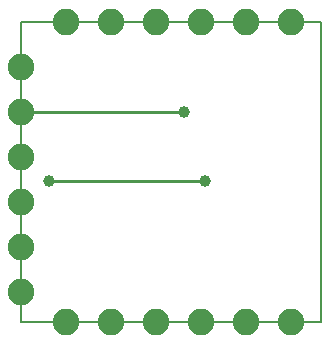
<source format=gbl>
G75*
%MOIN*%
%OFA0B0*%
%FSLAX25Y25*%
%IPPOS*%
%LPD*%
%AMOC8*
5,1,8,0,0,1.08239X$1,22.5*
%
%ADD10C,0.00000*%
%ADD11C,0.00500*%
%ADD12C,0.08858*%
%ADD13C,0.03962*%
%ADD14C,0.01000*%
D10*
X0005829Y0005829D02*
X0005829Y0105790D01*
X0105829Y0105829D01*
X0105829Y0005829D01*
X0005829Y0005829D01*
D11*
X0105829Y0005829D01*
X0105829Y0105829D01*
X0005829Y0105829D01*
X0005829Y0005829D01*
D12*
X0005829Y0015829D03*
X0005829Y0030829D03*
X0005829Y0045829D03*
X0005829Y0060829D03*
X0005829Y0075829D03*
X0005829Y0090829D03*
X0020829Y0105829D03*
X0035829Y0105829D03*
X0050829Y0105829D03*
X0065829Y0105829D03*
X0080829Y0105829D03*
X0095829Y0105829D03*
X0095829Y0005829D03*
X0080829Y0005829D03*
X0065829Y0005829D03*
X0050829Y0005829D03*
X0035829Y0005829D03*
X0020829Y0005829D03*
D13*
X0015204Y0052704D03*
X0060204Y0075829D03*
X0067079Y0052704D03*
D14*
X0015204Y0052704D01*
X0005829Y0075829D02*
X0060204Y0075829D01*
M02*

</source>
